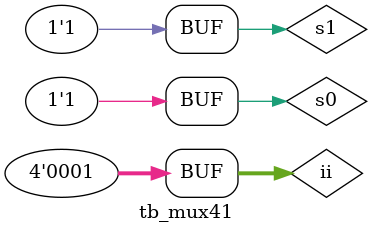
<source format=v>
module mux21(input a,b,s,output o);
  assign o = s?b:a;
endmodule
module mux41(input [3:0]a,s0,s1,output o);
  wire o0,o1;
  mux21 m1(a[0],a[1],s0,o0);
  mux21 m2(a[2],a[3],s0,o1);
  mux21 m3(o0,o1,s1,o);
endmodule
module tb_mux41;
reg [0:3]ii;
reg s0;
reg s1;
wire yy;
initial 
begin
  $dumpfile("MUX41.vcd");
  $dumpvars(0,tb_mux41);
end
mux41 newMUX(.a(ii),.s0(s0),.s1(s1),.o(yy));
initial
begin
   

    #5
    ii=4'b1000;
    s0=1'b0;
    s1=1'b0;

    #5
    ii=4'b0100;
    s0=1'b0;
    s1=1'b1;

    #5
    ii=4'b0010;
    s0=1'b1;
    s1=1'b0;

    #5
    ii=4'b0001;
    s0=1'b1;
    s1=1'b1;

    #5
    ii=4'b1000;
    s0=1'b0;
    s1=1'b0;

    #5
    ii=4'b0100;
    s0=1'b0;
    s1=1'b1;

    #5
    ii=4'b0010;
    s0=1'b1;
    s1=1'b0;

    #5
    ii=4'b0001;
    s0=1'b1;
    s1=1'b1;


end
endmodule
</source>
